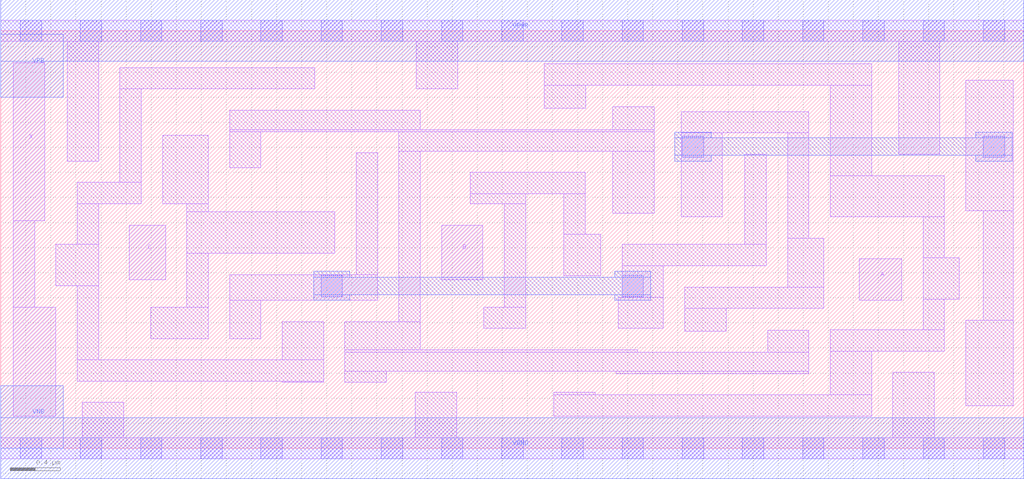
<source format=lef>
# Copyright 2020 The SkyWater PDK Authors
#
# Licensed under the Apache License, Version 2.0 (the "License");
# you may not use this file except in compliance with the License.
# You may obtain a copy of the License at
#
#     https://www.apache.org/licenses/LICENSE-2.0
#
# Unless required by applicable law or agreed to in writing, software
# distributed under the License is distributed on an "AS IS" BASIS,
# WITHOUT WARRANTIES OR CONDITIONS OF ANY KIND, either express or implied.
# See the License for the specific language governing permissions and
# limitations under the License.
#
# SPDX-License-Identifier: Apache-2.0

VERSION 5.5 ;
NAMESCASESENSITIVE ON ;
BUSBITCHARS "[]" ;
DIVIDERCHAR "/" ;
MACRO sky130_fd_sc_lp__xnor3_1
  CLASS CORE ;
  SOURCE USER ;
  ORIGIN  0.000000  0.000000 ;
  SIZE  8.160000 BY  3.330000 ;
  SYMMETRY X Y R90 ;
  SITE unit ;
  PIN A
    ANTENNAGATEAREA  0.246000 ;
    DIRECTION INPUT ;
    USE SIGNAL ;
    PORT
      LAYER li1 ;
        RECT 6.845000 1.180000 7.185000 1.510000 ;
    END
  END A
  PIN B
    ANTENNAGATEAREA  0.729000 ;
    DIRECTION INPUT ;
    USE SIGNAL ;
    PORT
      LAYER li1 ;
        RECT 3.515000 1.345000 3.845000 1.780000 ;
    END
  END B
  PIN C
    ANTENNAGATEAREA  0.381000 ;
    DIRECTION INPUT ;
    USE SIGNAL ;
    PORT
      LAYER li1 ;
        RECT 1.025000 1.345000 1.315000 1.780000 ;
    END
  END C
  PIN X
    ANTENNADIFFAREA  0.575400 ;
    DIRECTION OUTPUT ;
    USE SIGNAL ;
    PORT
      LAYER li1 ;
        RECT 0.100000 0.255000 0.440000 1.125000 ;
        RECT 0.100000 1.125000 0.270000 1.815000 ;
        RECT 0.100000 1.815000 0.350000 3.075000 ;
    END
  END X
  PIN VGND
    DIRECTION INOUT ;
    USE GROUND ;
    PORT
      LAYER met1 ;
        RECT 0.000000 -0.245000 8.160000 0.245000 ;
    END
  END VGND
  PIN VNB
    DIRECTION INOUT ;
    USE GROUND ;
    PORT
    END
  END VNB
  PIN VPB
    DIRECTION INOUT ;
    USE POWER ;
    PORT
    END
  END VPB
  PIN VNB
    DIRECTION INOUT ;
    USE GROUND ;
    PORT
      LAYER met1 ;
        RECT 0.000000 0.000000 0.500000 0.500000 ;
    END
  END VNB
  PIN VPB
    DIRECTION INOUT ;
    USE POWER ;
    PORT
      LAYER met1 ;
        RECT 0.000000 2.800000 0.500000 3.300000 ;
    END
  END VPB
  PIN VPWR
    DIRECTION INOUT ;
    USE POWER ;
    PORT
      LAYER met1 ;
        RECT 0.000000 3.085000 8.160000 3.575000 ;
    END
  END VPWR
  OBS
    LAYER li1 ;
      RECT 0.000000 -0.085000 8.160000 0.085000 ;
      RECT 0.000000  3.245000 8.160000 3.415000 ;
      RECT 0.440000  1.295000 0.780000 1.625000 ;
      RECT 0.530000  2.290000 0.780000 3.245000 ;
      RECT 0.610000  0.535000 2.575000 0.705000 ;
      RECT 0.610000  0.705000 0.780000 1.295000 ;
      RECT 0.610000  1.625000 0.780000 1.950000 ;
      RECT 0.610000  1.950000 1.120000 2.120000 ;
      RECT 0.650000  0.085000 0.980000 0.365000 ;
      RECT 0.950000  2.120000 1.120000 2.865000 ;
      RECT 0.950000  2.865000 2.505000 3.035000 ;
      RECT 1.195000  0.875000 1.655000 1.125000 ;
      RECT 1.290000  1.950000 1.655000 2.495000 ;
      RECT 1.485000  1.125000 1.655000 1.555000 ;
      RECT 1.485000  1.555000 2.665000 1.885000 ;
      RECT 1.485000  1.885000 1.655000 1.950000 ;
      RECT 1.825000  0.875000 2.075000 1.180000 ;
      RECT 1.825000  1.180000 3.005000 1.385000 ;
      RECT 1.825000  2.235000 2.075000 2.525000 ;
      RECT 1.825000  2.525000 5.210000 2.540000 ;
      RECT 1.825000  2.540000 3.345000 2.695000 ;
      RECT 2.245000  0.525000 2.575000 0.535000 ;
      RECT 2.245000  0.705000 2.575000 1.010000 ;
      RECT 2.745000  0.525000 3.075000 0.615000 ;
      RECT 2.745000  0.615000 6.445000 0.765000 ;
      RECT 2.745000  0.765000 5.080000 0.785000 ;
      RECT 2.745000  0.785000 3.345000 1.010000 ;
      RECT 2.835000  1.385000 3.005000 2.355000 ;
      RECT 3.175000  1.010000 3.345000 2.370000 ;
      RECT 3.175000  2.370000 5.210000 2.525000 ;
      RECT 3.305000  0.085000 3.635000 0.445000 ;
      RECT 3.315000  2.865000 3.645000 3.245000 ;
      RECT 3.745000  1.950000 4.185000 2.030000 ;
      RECT 3.745000  2.030000 4.660000 2.200000 ;
      RECT 3.850000  0.955000 4.185000 1.125000 ;
      RECT 4.015000  1.125000 4.185000 1.950000 ;
      RECT 4.335000  2.710000 4.665000 2.895000 ;
      RECT 4.335000  2.895000 6.945000 3.065000 ;
      RECT 4.410000  0.255000 6.945000 0.425000 ;
      RECT 4.410000  0.425000 4.740000 0.445000 ;
      RECT 4.490000  1.375000 4.785000 1.705000 ;
      RECT 4.490000  1.705000 4.660000 2.030000 ;
      RECT 4.880000  1.875000 5.210000 2.370000 ;
      RECT 4.880000  2.540000 5.210000 2.725000 ;
      RECT 4.910000  0.595000 6.445000 0.615000 ;
      RECT 4.925000  0.955000 5.285000 1.205000 ;
      RECT 4.955000  1.205000 5.285000 1.455000 ;
      RECT 4.955000  1.455000 6.105000 1.625000 ;
      RECT 5.425000  1.845000 5.755000 2.515000 ;
      RECT 5.425000  2.515000 6.445000 2.685000 ;
      RECT 5.455000  0.935000 5.785000 1.115000 ;
      RECT 5.455000  1.115000 6.565000 1.285000 ;
      RECT 5.935000  1.625000 6.105000 2.345000 ;
      RECT 6.115000  0.765000 6.445000 0.940000 ;
      RECT 6.275000  1.285000 6.565000 1.675000 ;
      RECT 6.275000  1.675000 6.445000 2.515000 ;
      RECT 6.615000  0.425000 6.945000 0.775000 ;
      RECT 6.615000  0.775000 7.525000 0.945000 ;
      RECT 6.615000  1.845000 7.525000 2.175000 ;
      RECT 6.615000  2.175000 6.945000 2.895000 ;
      RECT 7.115000  0.085000 7.445000 0.605000 ;
      RECT 7.160000  2.345000 7.490000 3.245000 ;
      RECT 7.355000  0.945000 7.525000 1.190000 ;
      RECT 7.355000  1.190000 7.645000 1.520000 ;
      RECT 7.355000  1.520000 7.525000 1.845000 ;
      RECT 7.695000  0.340000 8.075000 1.020000 ;
      RECT 7.695000  1.895000 8.075000 2.935000 ;
      RECT 7.835000  1.020000 8.075000 1.895000 ;
    LAYER mcon ;
      RECT 0.155000 -0.085000 0.325000 0.085000 ;
      RECT 0.155000  3.245000 0.325000 3.415000 ;
      RECT 0.635000 -0.085000 0.805000 0.085000 ;
      RECT 0.635000  3.245000 0.805000 3.415000 ;
      RECT 1.115000 -0.085000 1.285000 0.085000 ;
      RECT 1.115000  3.245000 1.285000 3.415000 ;
      RECT 1.595000 -0.085000 1.765000 0.085000 ;
      RECT 1.595000  3.245000 1.765000 3.415000 ;
      RECT 2.075000 -0.085000 2.245000 0.085000 ;
      RECT 2.075000  3.245000 2.245000 3.415000 ;
      RECT 2.555000 -0.085000 2.725000 0.085000 ;
      RECT 2.555000  1.210000 2.725000 1.380000 ;
      RECT 2.555000  3.245000 2.725000 3.415000 ;
      RECT 3.035000 -0.085000 3.205000 0.085000 ;
      RECT 3.035000  3.245000 3.205000 3.415000 ;
      RECT 3.515000 -0.085000 3.685000 0.085000 ;
      RECT 3.515000  3.245000 3.685000 3.415000 ;
      RECT 3.995000 -0.085000 4.165000 0.085000 ;
      RECT 3.995000  3.245000 4.165000 3.415000 ;
      RECT 4.475000 -0.085000 4.645000 0.085000 ;
      RECT 4.475000  3.245000 4.645000 3.415000 ;
      RECT 4.955000 -0.085000 5.125000 0.085000 ;
      RECT 4.955000  1.210000 5.125000 1.380000 ;
      RECT 4.955000  3.245000 5.125000 3.415000 ;
      RECT 5.435000 -0.085000 5.605000 0.085000 ;
      RECT 5.435000  2.320000 5.605000 2.490000 ;
      RECT 5.435000  3.245000 5.605000 3.415000 ;
      RECT 5.915000 -0.085000 6.085000 0.085000 ;
      RECT 5.915000  3.245000 6.085000 3.415000 ;
      RECT 6.395000 -0.085000 6.565000 0.085000 ;
      RECT 6.395000  3.245000 6.565000 3.415000 ;
      RECT 6.875000 -0.085000 7.045000 0.085000 ;
      RECT 6.875000  3.245000 7.045000 3.415000 ;
      RECT 7.355000 -0.085000 7.525000 0.085000 ;
      RECT 7.355000  3.245000 7.525000 3.415000 ;
      RECT 7.835000 -0.085000 8.005000 0.085000 ;
      RECT 7.835000  2.320000 8.005000 2.490000 ;
      RECT 7.835000  3.245000 8.005000 3.415000 ;
    LAYER met1 ;
      RECT 2.495000 1.180000 2.785000 1.225000 ;
      RECT 2.495000 1.225000 5.185000 1.365000 ;
      RECT 2.495000 1.365000 2.785000 1.410000 ;
      RECT 4.895000 1.180000 5.185000 1.225000 ;
      RECT 4.895000 1.365000 5.185000 1.410000 ;
      RECT 5.375000 2.290000 5.665000 2.335000 ;
      RECT 5.375000 2.335000 8.065000 2.475000 ;
      RECT 5.375000 2.475000 5.665000 2.520000 ;
      RECT 7.775000 2.290000 8.065000 2.335000 ;
      RECT 7.775000 2.475000 8.065000 2.520000 ;
  END
END sky130_fd_sc_lp__xnor3_1
END LIBRARY

</source>
